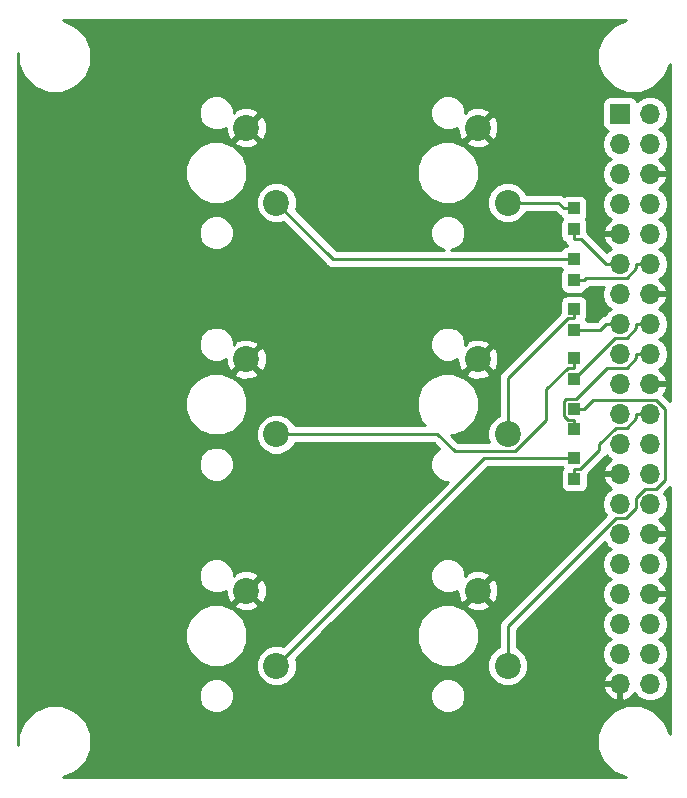
<source format=gtl>
G04 #@! TF.GenerationSoftware,KiCad,Pcbnew,5.0.0-rc1-44a33f2~62~ubuntu17.10.1*
G04 #@! TF.CreationDate,2018-05-10T22:28:45+09:00*
G04 #@! TF.ProjectId,RaspiCherryMXKeysHat,52617370694368657272794D584B6579,rev?*
G04 #@! TF.SameCoordinates,Original*
G04 #@! TF.FileFunction,Copper,L1,Top,Signal*
G04 #@! TF.FilePolarity,Positive*
%FSLAX46Y46*%
G04 Gerber Fmt 4.6, Leading zero omitted, Abs format (unit mm)*
G04 Created by KiCad (PCBNEW 5.0.0-rc1-44a33f2~62~ubuntu17.10.1) date Thu May 10 22:28:45 2018*
%MOMM*%
%LPD*%
G01*
G04 APERTURE LIST*
%ADD10R,1.700000X1.700000*%
%ADD11O,1.700000X1.700000*%
%ADD12R,1.000000X0.995000*%
%ADD13C,2.200000*%
%ADD14C,0.250000*%
%ADD15C,0.254000*%
G04 APERTURE END LIST*
D10*
X123952000Y-76200000D03*
D11*
X126492000Y-76200000D03*
X123952000Y-78740000D03*
X126492000Y-78740000D03*
X123952000Y-81280000D03*
X126492000Y-81280000D03*
X123952000Y-83820000D03*
X126492000Y-83820000D03*
X123952000Y-86360000D03*
X126492000Y-86360000D03*
X123952000Y-88900000D03*
X126492000Y-88900000D03*
X123952000Y-91440000D03*
X126492000Y-91440000D03*
X123952000Y-93980000D03*
X126492000Y-93980000D03*
X123952000Y-96520000D03*
X126492000Y-96520000D03*
X123952000Y-99060000D03*
X126492000Y-99060000D03*
X123952000Y-101600000D03*
X126492000Y-101600000D03*
X123952000Y-104140000D03*
X126492000Y-104140000D03*
X123952000Y-106680000D03*
X126492000Y-106680000D03*
X123952000Y-109220000D03*
X126492000Y-109220000D03*
X123952000Y-111760000D03*
X126492000Y-111760000D03*
X123952000Y-114300000D03*
X126492000Y-114300000D03*
X123952000Y-116840000D03*
X126492000Y-116840000D03*
X123952000Y-119380000D03*
X126492000Y-119380000D03*
X123952000Y-121920000D03*
X126492000Y-121920000D03*
X123952000Y-124460000D03*
X126492000Y-124460000D03*
D12*
X120040000Y-85977500D03*
X120040000Y-84202500D03*
X120040000Y-88496600D03*
X120040000Y-90271600D03*
X120040000Y-92686100D03*
X120040000Y-94461100D03*
X120040000Y-98626700D03*
X120040000Y-96851700D03*
X120040000Y-101145500D03*
X120040000Y-102920500D03*
X120091000Y-107110500D03*
X120091000Y-105335500D03*
D13*
X114457000Y-83714000D03*
X111917000Y-77364000D03*
X92316800Y-77364000D03*
X94856800Y-83714000D03*
X114457000Y-103314000D03*
X111917000Y-96964000D03*
X92316800Y-96964000D03*
X94856800Y-103314000D03*
X114457000Y-122914000D03*
X111917000Y-116564000D03*
X92316800Y-116564000D03*
X94856800Y-122914000D03*
D14*
X120677000Y-86800300D02*
X122776700Y-88900000D01*
X120040000Y-86800300D02*
X120677000Y-86800300D01*
X120040000Y-85977500D02*
X120040000Y-86800300D01*
X123952000Y-88900000D02*
X122776700Y-88900000D01*
X122295600Y-94461100D02*
X122776700Y-93980000D01*
X120040000Y-94461100D02*
X122295600Y-94461100D01*
X123952000Y-93980000D02*
X122776700Y-93980000D01*
X125316700Y-101967400D02*
X125316700Y-101600000D01*
X124508800Y-102775300D02*
X125316700Y-101967400D01*
X123583300Y-102775300D02*
X124508800Y-102775300D01*
X122193900Y-104164700D02*
X123583300Y-102775300D01*
X122193900Y-104699000D02*
X122193900Y-104164700D01*
X120605200Y-106287700D02*
X122193900Y-104699000D01*
X120091000Y-106287700D02*
X120605200Y-106287700D01*
X120091000Y-107110500D02*
X120091000Y-106287700D01*
X126492000Y-101600000D02*
X125316700Y-101600000D01*
X125316700Y-96887400D02*
X125316700Y-96520000D01*
X124508800Y-97695300D02*
X125316700Y-96887400D01*
X122818700Y-97695300D02*
X124508800Y-97695300D01*
X120191400Y-100322600D02*
X122818700Y-97695300D01*
X119392800Y-100322600D02*
X120191400Y-100322600D01*
X119214600Y-100500800D02*
X119392800Y-100322600D01*
X119214600Y-101786500D02*
X119214600Y-100500800D01*
X119525800Y-102097700D02*
X119214600Y-101786500D01*
X120040000Y-102097700D02*
X119525800Y-102097700D01*
X126492000Y-96520000D02*
X125316700Y-96520000D01*
X120040000Y-102920500D02*
X120040000Y-102097700D01*
X125316700Y-94347400D02*
X125316700Y-93980000D01*
X124508800Y-95155300D02*
X125316700Y-94347400D01*
X123511400Y-95155300D02*
X124508800Y-95155300D01*
X120040000Y-98626700D02*
X123511400Y-95155300D01*
X126492000Y-93980000D02*
X125316700Y-93980000D01*
X125316700Y-89267400D02*
X125316700Y-88900000D01*
X124508800Y-90075300D02*
X125316700Y-89267400D01*
X121061600Y-90075300D02*
X124508800Y-90075300D01*
X120865300Y-90271600D02*
X121061600Y-90075300D01*
X120040000Y-90271600D02*
X120865300Y-90271600D01*
X126492000Y-88900000D02*
X125316700Y-88900000D01*
X118726200Y-83714000D02*
X119214700Y-84202500D01*
X114457000Y-83714000D02*
X118726200Y-83714000D01*
X120040000Y-84202500D02*
X119214700Y-84202500D01*
X99639400Y-88496600D02*
X120040000Y-88496600D01*
X94856800Y-83714000D02*
X99639400Y-88496600D01*
X119525800Y-93508900D02*
X120040000Y-93508900D01*
X114457000Y-98577700D02*
X119525800Y-93508900D01*
X114457000Y-103314000D02*
X114457000Y-98577700D01*
X120040000Y-92686100D02*
X120040000Y-93508900D01*
X119525800Y-97674500D02*
X120040000Y-97674500D01*
X117685300Y-99515000D02*
X119525800Y-97674500D01*
X117685300Y-102124300D02*
X117685300Y-99515000D01*
X115039700Y-104769900D02*
X117685300Y-102124300D01*
X109955200Y-104769900D02*
X115039700Y-104769900D01*
X108499300Y-103314000D02*
X109955200Y-104769900D01*
X94856800Y-103314000D02*
X108499300Y-103314000D01*
X120040000Y-96851700D02*
X120040000Y-97674500D01*
X121625400Y-100385400D02*
X120865300Y-101145500D01*
X126970500Y-100385400D02*
X121625400Y-100385400D01*
X127740000Y-101154900D02*
X126970500Y-100385400D01*
X127740000Y-107174700D02*
X127740000Y-101154900D01*
X126964700Y-107950000D02*
X127740000Y-107174700D01*
X126061000Y-107950000D02*
X126964700Y-107950000D01*
X125316600Y-108694400D02*
X126061000Y-107950000D01*
X125316600Y-109556400D02*
X125316600Y-108694400D01*
X124477600Y-110395400D02*
X125316600Y-109556400D01*
X123654200Y-110395400D02*
X124477600Y-110395400D01*
X114457000Y-119592600D02*
X123654200Y-110395400D01*
X114457000Y-122914000D02*
X114457000Y-119592600D01*
X120040000Y-101145500D02*
X120865300Y-101145500D01*
X112435300Y-105335500D02*
X120091000Y-105335500D01*
X94856800Y-122914000D02*
X112435300Y-105335500D01*
D15*
G36*
X123352020Y-68721445D02*
X122486445Y-69587020D01*
X122018000Y-70717947D01*
X122018000Y-71942053D01*
X122486445Y-73072980D01*
X123352020Y-73938555D01*
X124482947Y-74407000D01*
X125707053Y-74407000D01*
X126837980Y-73938555D01*
X127703555Y-73072980D01*
X128170000Y-71946881D01*
X128170001Y-100510098D01*
X127631656Y-99971755D01*
X127763645Y-99826924D01*
X127933476Y-99416890D01*
X127812155Y-99187000D01*
X126619000Y-99187000D01*
X126619000Y-99207000D01*
X126365000Y-99207000D01*
X126365000Y-99187000D01*
X126345000Y-99187000D01*
X126345000Y-98933000D01*
X126365000Y-98933000D01*
X126365000Y-98913000D01*
X126619000Y-98913000D01*
X126619000Y-98933000D01*
X127812155Y-98933000D01*
X127933476Y-98703110D01*
X127763645Y-98293076D01*
X127373358Y-97864817D01*
X127243522Y-97803843D01*
X127562625Y-97590625D01*
X127890839Y-97099418D01*
X128006092Y-96520000D01*
X127890839Y-95940582D01*
X127562625Y-95449375D01*
X127264239Y-95250000D01*
X127562625Y-95050625D01*
X127890839Y-94559418D01*
X128006092Y-93980000D01*
X127890839Y-93400582D01*
X127562625Y-92909375D01*
X127243522Y-92696157D01*
X127373358Y-92635183D01*
X127763645Y-92206924D01*
X127933476Y-91796890D01*
X127812155Y-91567000D01*
X126619000Y-91567000D01*
X126619000Y-91587000D01*
X126365000Y-91587000D01*
X126365000Y-91567000D01*
X126345000Y-91567000D01*
X126345000Y-91313000D01*
X126365000Y-91313000D01*
X126365000Y-91293000D01*
X126619000Y-91293000D01*
X126619000Y-91313000D01*
X127812155Y-91313000D01*
X127933476Y-91083110D01*
X127763645Y-90673076D01*
X127373358Y-90244817D01*
X127243522Y-90183843D01*
X127562625Y-89970625D01*
X127890839Y-89479418D01*
X128006092Y-88900000D01*
X127890839Y-88320582D01*
X127562625Y-87829375D01*
X127264239Y-87630000D01*
X127562625Y-87430625D01*
X127890839Y-86939418D01*
X128006092Y-86360000D01*
X127890839Y-85780582D01*
X127562625Y-85289375D01*
X127264239Y-85090000D01*
X127562625Y-84890625D01*
X127890839Y-84399418D01*
X128006092Y-83820000D01*
X127890839Y-83240582D01*
X127562625Y-82749375D01*
X127243522Y-82536157D01*
X127373358Y-82475183D01*
X127763645Y-82046924D01*
X127933476Y-81636890D01*
X127812155Y-81407000D01*
X126619000Y-81407000D01*
X126619000Y-81427000D01*
X126365000Y-81427000D01*
X126365000Y-81407000D01*
X126345000Y-81407000D01*
X126345000Y-81153000D01*
X126365000Y-81153000D01*
X126365000Y-81133000D01*
X126619000Y-81133000D01*
X126619000Y-81153000D01*
X127812155Y-81153000D01*
X127933476Y-80923110D01*
X127763645Y-80513076D01*
X127373358Y-80084817D01*
X127243522Y-80023843D01*
X127562625Y-79810625D01*
X127890839Y-79319418D01*
X128006092Y-78740000D01*
X127890839Y-78160582D01*
X127562625Y-77669375D01*
X127264239Y-77470000D01*
X127562625Y-77270625D01*
X127890839Y-76779418D01*
X128006092Y-76200000D01*
X127890839Y-75620582D01*
X127562625Y-75129375D01*
X127071418Y-74801161D01*
X126638256Y-74715000D01*
X126345744Y-74715000D01*
X125912582Y-74801161D01*
X125421375Y-75129375D01*
X125409184Y-75147619D01*
X125400157Y-75102235D01*
X125259809Y-74892191D01*
X125049765Y-74751843D01*
X124802000Y-74702560D01*
X123102000Y-74702560D01*
X122854235Y-74751843D01*
X122644191Y-74892191D01*
X122503843Y-75102235D01*
X122454560Y-75350000D01*
X122454560Y-77050000D01*
X122503843Y-77297765D01*
X122644191Y-77507809D01*
X122854235Y-77648157D01*
X122899619Y-77657184D01*
X122881375Y-77669375D01*
X122553161Y-78160582D01*
X122437908Y-78740000D01*
X122553161Y-79319418D01*
X122881375Y-79810625D01*
X123179761Y-80010000D01*
X122881375Y-80209375D01*
X122553161Y-80700582D01*
X122437908Y-81280000D01*
X122553161Y-81859418D01*
X122881375Y-82350625D01*
X123179761Y-82550000D01*
X122881375Y-82749375D01*
X122553161Y-83240582D01*
X122437908Y-83820000D01*
X122553161Y-84399418D01*
X122881375Y-84890625D01*
X123200478Y-85103843D01*
X123070642Y-85164817D01*
X122680355Y-85593076D01*
X122510524Y-86003110D01*
X122631845Y-86233000D01*
X123825000Y-86233000D01*
X123825000Y-86213000D01*
X124079000Y-86213000D01*
X124079000Y-86233000D01*
X124099000Y-86233000D01*
X124099000Y-86487000D01*
X124079000Y-86487000D01*
X124079000Y-86507000D01*
X123825000Y-86507000D01*
X123825000Y-86487000D01*
X122631845Y-86487000D01*
X122510524Y-86716890D01*
X122680355Y-87126924D01*
X123070642Y-87555183D01*
X123200478Y-87616157D01*
X122881375Y-87829375D01*
X122841121Y-87889619D01*
X121267331Y-86315830D01*
X121224929Y-86252371D01*
X121187440Y-86227322D01*
X121187440Y-85480000D01*
X121138157Y-85232235D01*
X121043118Y-85090000D01*
X121138157Y-84947765D01*
X121187440Y-84700000D01*
X121187440Y-83705000D01*
X121138157Y-83457235D01*
X120997809Y-83247191D01*
X120787765Y-83106843D01*
X120540000Y-83057560D01*
X119540000Y-83057560D01*
X119292235Y-83106843D01*
X119238862Y-83142506D01*
X119022737Y-82998096D01*
X118801052Y-82954000D01*
X118801047Y-82954000D01*
X118726200Y-82939112D01*
X118651353Y-82954000D01*
X116020148Y-82954000D01*
X115927862Y-82731201D01*
X115439799Y-82243138D01*
X114802113Y-81979000D01*
X114111887Y-81979000D01*
X113474201Y-82243138D01*
X112986138Y-82731201D01*
X112722000Y-83368887D01*
X112722000Y-84059113D01*
X112986138Y-84696799D01*
X113474201Y-85184862D01*
X114111887Y-85449000D01*
X114802113Y-85449000D01*
X115439799Y-85184862D01*
X115927862Y-84696799D01*
X116020148Y-84474000D01*
X118411398Y-84474000D01*
X118624372Y-84686975D01*
X118666771Y-84750429D01*
X118730224Y-84792827D01*
X118730226Y-84792829D01*
X118853204Y-84875000D01*
X118918163Y-84918404D01*
X118936738Y-84922099D01*
X118941843Y-84947765D01*
X119036882Y-85090000D01*
X118941843Y-85232235D01*
X118892560Y-85480000D01*
X118892560Y-86475000D01*
X118941843Y-86722765D01*
X119082191Y-86932809D01*
X119292235Y-87073157D01*
X119320504Y-87078780D01*
X119324096Y-87096837D01*
X119492071Y-87348229D01*
X119507023Y-87358219D01*
X119292235Y-87400943D01*
X119082191Y-87541291D01*
X118951689Y-87736600D01*
X109678179Y-87736600D01*
X110218185Y-87512922D01*
X110635922Y-87095185D01*
X110862000Y-86549385D01*
X110862000Y-85958615D01*
X110635922Y-85412815D01*
X110218185Y-84995078D01*
X109672385Y-84769000D01*
X109081615Y-84769000D01*
X108535815Y-84995078D01*
X108118078Y-85412815D01*
X107892000Y-85958615D01*
X107892000Y-86549385D01*
X108118078Y-87095185D01*
X108535815Y-87512922D01*
X109075821Y-87736600D01*
X99954202Y-87736600D01*
X96499514Y-84281912D01*
X96591800Y-84059113D01*
X96591800Y-83368887D01*
X96327662Y-82731201D01*
X95839599Y-82243138D01*
X95201913Y-81979000D01*
X94511687Y-81979000D01*
X93874001Y-82243138D01*
X93385938Y-82731201D01*
X93121800Y-83368887D01*
X93121800Y-84059113D01*
X93385938Y-84696799D01*
X93874001Y-85184862D01*
X94511687Y-85449000D01*
X95201913Y-85449000D01*
X95424712Y-85356714D01*
X99049071Y-88981073D01*
X99091471Y-89044529D01*
X99154927Y-89086929D01*
X99342862Y-89212504D01*
X99391005Y-89222080D01*
X99564548Y-89256600D01*
X99564552Y-89256600D01*
X99639400Y-89271488D01*
X99714248Y-89256600D01*
X118951689Y-89256600D01*
X119036882Y-89384100D01*
X118941843Y-89526335D01*
X118892560Y-89774100D01*
X118892560Y-90769100D01*
X118941843Y-91016865D01*
X119082191Y-91226909D01*
X119292235Y-91367257D01*
X119540000Y-91416540D01*
X120540000Y-91416540D01*
X120787765Y-91367257D01*
X120997809Y-91226909D01*
X121138157Y-91016865D01*
X121143262Y-90991199D01*
X121161837Y-90987504D01*
X121389626Y-90835300D01*
X122570054Y-90835300D01*
X122553161Y-90860582D01*
X122437908Y-91440000D01*
X122553161Y-92019418D01*
X122881375Y-92510625D01*
X123179761Y-92710000D01*
X122881375Y-92909375D01*
X122669526Y-93226429D01*
X122480163Y-93264096D01*
X122228771Y-93432071D01*
X122186369Y-93495530D01*
X121980799Y-93701100D01*
X121128311Y-93701100D01*
X121043118Y-93573600D01*
X121138157Y-93431365D01*
X121187440Y-93183600D01*
X121187440Y-92188600D01*
X121138157Y-91940835D01*
X120997809Y-91730791D01*
X120787765Y-91590443D01*
X120540000Y-91541160D01*
X119540000Y-91541160D01*
X119292235Y-91590443D01*
X119082191Y-91730791D01*
X118941843Y-91940835D01*
X118892560Y-92188600D01*
X118892560Y-93067338D01*
X113972528Y-97987371D01*
X113909072Y-98029771D01*
X113866672Y-98093227D01*
X113866671Y-98093228D01*
X113780342Y-98222429D01*
X113741097Y-98281163D01*
X113703498Y-98470188D01*
X113682112Y-98577700D01*
X113697001Y-98652552D01*
X113697000Y-101750852D01*
X113474201Y-101843138D01*
X112986138Y-102331201D01*
X112722000Y-102968887D01*
X112722000Y-103659113D01*
X112867301Y-104009900D01*
X110270002Y-104009900D01*
X109669101Y-103409000D01*
X109901134Y-103409000D01*
X110869608Y-103007845D01*
X111610845Y-102266608D01*
X112012000Y-101298134D01*
X112012000Y-100249866D01*
X111610845Y-99281392D01*
X110869608Y-98540155D01*
X110021527Y-98188868D01*
X110871737Y-98188868D01*
X110982641Y-98466099D01*
X111628593Y-98709323D01*
X112318453Y-98686836D01*
X112851359Y-98466099D01*
X112962263Y-98188868D01*
X111917000Y-97143605D01*
X110871737Y-98188868D01*
X110021527Y-98188868D01*
X109901134Y-98139000D01*
X108852866Y-98139000D01*
X107884392Y-98540155D01*
X107143155Y-99281392D01*
X106742000Y-100249866D01*
X106742000Y-101298134D01*
X107143155Y-102266608D01*
X107430547Y-102554000D01*
X96419948Y-102554000D01*
X96327662Y-102331201D01*
X95839599Y-101843138D01*
X95201913Y-101579000D01*
X94511687Y-101579000D01*
X93874001Y-101843138D01*
X93385938Y-102331201D01*
X93121800Y-102968887D01*
X93121800Y-103659113D01*
X93385938Y-104296799D01*
X93874001Y-104784862D01*
X94511687Y-105049000D01*
X95201913Y-105049000D01*
X95839599Y-104784862D01*
X96327662Y-104296799D01*
X96419948Y-104074000D01*
X108184499Y-104074000D01*
X108655854Y-104545356D01*
X108535815Y-104595078D01*
X108118078Y-105012815D01*
X107892000Y-105558615D01*
X107892000Y-106149385D01*
X108118078Y-106695185D01*
X108535815Y-107112922D01*
X109081615Y-107339000D01*
X109356998Y-107339000D01*
X95424712Y-121271286D01*
X95201913Y-121179000D01*
X94511687Y-121179000D01*
X93874001Y-121443138D01*
X93385938Y-121931201D01*
X93121800Y-122568887D01*
X93121800Y-123259113D01*
X93385938Y-123896799D01*
X93874001Y-124384862D01*
X94511687Y-124649000D01*
X95201913Y-124649000D01*
X95839599Y-124384862D01*
X96327662Y-123896799D01*
X96591800Y-123259113D01*
X96591800Y-122568887D01*
X96499514Y-122346088D01*
X98995736Y-119849866D01*
X106742000Y-119849866D01*
X106742000Y-120898134D01*
X107143155Y-121866608D01*
X107884392Y-122607845D01*
X108852866Y-123009000D01*
X109901134Y-123009000D01*
X110869608Y-122607845D01*
X111610845Y-121866608D01*
X112012000Y-120898134D01*
X112012000Y-119849866D01*
X111610845Y-118881392D01*
X110869608Y-118140155D01*
X110021527Y-117788868D01*
X110871737Y-117788868D01*
X110982641Y-118066099D01*
X111628593Y-118309323D01*
X112318453Y-118286836D01*
X112851359Y-118066099D01*
X112962263Y-117788868D01*
X111917000Y-116743605D01*
X110871737Y-117788868D01*
X110021527Y-117788868D01*
X109901134Y-117739000D01*
X108852866Y-117739000D01*
X107884392Y-118140155D01*
X107143155Y-118881392D01*
X106742000Y-119849866D01*
X98995736Y-119849866D01*
X103846987Y-114998615D01*
X107892000Y-114998615D01*
X107892000Y-115589385D01*
X108118078Y-116135185D01*
X108535815Y-116552922D01*
X109081615Y-116779000D01*
X109672385Y-116779000D01*
X110181216Y-116568235D01*
X110194164Y-116965453D01*
X110414901Y-117498359D01*
X110692132Y-117609263D01*
X111737395Y-116564000D01*
X112096605Y-116564000D01*
X113141868Y-117609263D01*
X113419099Y-117498359D01*
X113662323Y-116852407D01*
X113639836Y-116162547D01*
X113419099Y-115629641D01*
X113141868Y-115518737D01*
X112096605Y-116564000D01*
X111737395Y-116564000D01*
X111723253Y-116549858D01*
X111902858Y-116370253D01*
X111917000Y-116384395D01*
X112962263Y-115339132D01*
X112851359Y-115061901D01*
X112205407Y-114818677D01*
X111515547Y-114841164D01*
X110982641Y-115061901D01*
X110871738Y-115339130D01*
X110862000Y-115329392D01*
X110862000Y-114998615D01*
X110635922Y-114452815D01*
X110218185Y-114035078D01*
X109672385Y-113809000D01*
X109081615Y-113809000D01*
X108535815Y-114035078D01*
X108118078Y-114452815D01*
X107892000Y-114998615D01*
X103846987Y-114998615D01*
X112750102Y-106095500D01*
X119002689Y-106095500D01*
X119087882Y-106223000D01*
X118992843Y-106365235D01*
X118943560Y-106613000D01*
X118943560Y-107608000D01*
X118992843Y-107855765D01*
X119133191Y-108065809D01*
X119343235Y-108206157D01*
X119591000Y-108255440D01*
X120591000Y-108255440D01*
X120838765Y-108206157D01*
X121048809Y-108065809D01*
X121189157Y-107855765D01*
X121238440Y-107608000D01*
X121238440Y-106729261D01*
X122678373Y-105289329D01*
X122741829Y-105246929D01*
X122823731Y-105124354D01*
X122881375Y-105210625D01*
X123200478Y-105423843D01*
X123070642Y-105484817D01*
X122680355Y-105913076D01*
X122510524Y-106323110D01*
X122631845Y-106553000D01*
X123825000Y-106553000D01*
X123825000Y-106533000D01*
X124079000Y-106533000D01*
X124079000Y-106553000D01*
X124099000Y-106553000D01*
X124099000Y-106807000D01*
X124079000Y-106807000D01*
X124079000Y-106827000D01*
X123825000Y-106827000D01*
X123825000Y-106807000D01*
X122631845Y-106807000D01*
X122510524Y-107036890D01*
X122680355Y-107446924D01*
X123070642Y-107875183D01*
X123200478Y-107936157D01*
X122881375Y-108149375D01*
X122553161Y-108640582D01*
X122437908Y-109220000D01*
X122553161Y-109799418D01*
X122802387Y-110172411D01*
X113972528Y-119002271D01*
X113909072Y-119044671D01*
X113866672Y-119108127D01*
X113866671Y-119108128D01*
X113741097Y-119296063D01*
X113682112Y-119592600D01*
X113697001Y-119667452D01*
X113697000Y-121350852D01*
X113474201Y-121443138D01*
X112986138Y-121931201D01*
X112722000Y-122568887D01*
X112722000Y-123259113D01*
X112986138Y-123896799D01*
X113474201Y-124384862D01*
X114111887Y-124649000D01*
X114802113Y-124649000D01*
X115439799Y-124384862D01*
X115927862Y-123896799D01*
X116192000Y-123259113D01*
X116192000Y-122568887D01*
X115927862Y-121931201D01*
X115439799Y-121443138D01*
X115217000Y-121350852D01*
X115217000Y-119907401D01*
X122646016Y-112478386D01*
X122881375Y-112830625D01*
X123179761Y-113030000D01*
X122881375Y-113229375D01*
X122553161Y-113720582D01*
X122437908Y-114300000D01*
X122553161Y-114879418D01*
X122881375Y-115370625D01*
X123179761Y-115570000D01*
X122881375Y-115769375D01*
X122553161Y-116260582D01*
X122437908Y-116840000D01*
X122553161Y-117419418D01*
X122881375Y-117910625D01*
X123179761Y-118110000D01*
X122881375Y-118309375D01*
X122553161Y-118800582D01*
X122437908Y-119380000D01*
X122553161Y-119959418D01*
X122881375Y-120450625D01*
X123179761Y-120650000D01*
X122881375Y-120849375D01*
X122553161Y-121340582D01*
X122437908Y-121920000D01*
X122553161Y-122499418D01*
X122881375Y-122990625D01*
X123200478Y-123203843D01*
X123070642Y-123264817D01*
X122680355Y-123693076D01*
X122510524Y-124103110D01*
X122631845Y-124333000D01*
X123825000Y-124333000D01*
X123825000Y-124313000D01*
X124079000Y-124313000D01*
X124079000Y-124333000D01*
X124099000Y-124333000D01*
X124099000Y-124587000D01*
X124079000Y-124587000D01*
X124079000Y-125780819D01*
X124308892Y-125901486D01*
X124833358Y-125655183D01*
X125220647Y-125230214D01*
X125421375Y-125530625D01*
X125912582Y-125858839D01*
X126345744Y-125945000D01*
X126638256Y-125945000D01*
X127071418Y-125858839D01*
X127562625Y-125530625D01*
X127890839Y-125039418D01*
X128006092Y-124460000D01*
X127890839Y-123880582D01*
X127562625Y-123389375D01*
X127264239Y-123190000D01*
X127562625Y-122990625D01*
X127890839Y-122499418D01*
X128006092Y-121920000D01*
X127890839Y-121340582D01*
X127562625Y-120849375D01*
X127264239Y-120650000D01*
X127562625Y-120450625D01*
X127890839Y-119959418D01*
X128006092Y-119380000D01*
X127890839Y-118800582D01*
X127562625Y-118309375D01*
X127243522Y-118096157D01*
X127373358Y-118035183D01*
X127763645Y-117606924D01*
X127933476Y-117196890D01*
X127812155Y-116967000D01*
X126619000Y-116967000D01*
X126619000Y-116987000D01*
X126365000Y-116987000D01*
X126365000Y-116967000D01*
X126345000Y-116967000D01*
X126345000Y-116713000D01*
X126365000Y-116713000D01*
X126365000Y-116693000D01*
X126619000Y-116693000D01*
X126619000Y-116713000D01*
X127812155Y-116713000D01*
X127933476Y-116483110D01*
X127763645Y-116073076D01*
X127373358Y-115644817D01*
X127243522Y-115583843D01*
X127562625Y-115370625D01*
X127890839Y-114879418D01*
X128006092Y-114300000D01*
X127890839Y-113720582D01*
X127562625Y-113229375D01*
X127243522Y-113016157D01*
X127373358Y-112955183D01*
X127763645Y-112526924D01*
X127933476Y-112116890D01*
X127812155Y-111887000D01*
X126619000Y-111887000D01*
X126619000Y-111907000D01*
X126365000Y-111907000D01*
X126365000Y-111887000D01*
X126345000Y-111887000D01*
X126345000Y-111633000D01*
X126365000Y-111633000D01*
X126365000Y-111613000D01*
X126619000Y-111613000D01*
X126619000Y-111633000D01*
X127812155Y-111633000D01*
X127933476Y-111403110D01*
X127763645Y-110993076D01*
X127373358Y-110564817D01*
X127243522Y-110503843D01*
X127562625Y-110290625D01*
X127890839Y-109799418D01*
X128006092Y-109220000D01*
X127890839Y-108640582D01*
X127673776Y-108315725D01*
X128170001Y-107819501D01*
X128170001Y-128713121D01*
X127703555Y-127587020D01*
X126837980Y-126721445D01*
X125707053Y-126253000D01*
X124482947Y-126253000D01*
X123352020Y-126721445D01*
X122486445Y-127587020D01*
X122018000Y-128717947D01*
X122018000Y-129942053D01*
X122486445Y-131072980D01*
X123352020Y-131938555D01*
X124432248Y-132386000D01*
X76757752Y-132386000D01*
X77837980Y-131938555D01*
X78703555Y-131072980D01*
X79172000Y-129942053D01*
X79172000Y-128717947D01*
X78703555Y-127587020D01*
X77837980Y-126721445D01*
X76707053Y-126253000D01*
X75482947Y-126253000D01*
X74352020Y-126721445D01*
X73486445Y-127587020D01*
X73018000Y-128717947D01*
X73018000Y-129620902D01*
X73015849Y-129607322D01*
X72996993Y-129247532D01*
X72988951Y-129171020D01*
X72973000Y-129095979D01*
X72973000Y-125158615D01*
X88291800Y-125158615D01*
X88291800Y-125749385D01*
X88517878Y-126295185D01*
X88935615Y-126712922D01*
X89481415Y-126939000D01*
X90072185Y-126939000D01*
X90617985Y-126712922D01*
X91035722Y-126295185D01*
X91261800Y-125749385D01*
X91261800Y-125158615D01*
X107892000Y-125158615D01*
X107892000Y-125749385D01*
X108118078Y-126295185D01*
X108535815Y-126712922D01*
X109081615Y-126939000D01*
X109672385Y-126939000D01*
X110218185Y-126712922D01*
X110635922Y-126295185D01*
X110862000Y-125749385D01*
X110862000Y-125158615D01*
X110720453Y-124816890D01*
X122510524Y-124816890D01*
X122680355Y-125226924D01*
X123070642Y-125655183D01*
X123595108Y-125901486D01*
X123825000Y-125780819D01*
X123825000Y-124587000D01*
X122631845Y-124587000D01*
X122510524Y-124816890D01*
X110720453Y-124816890D01*
X110635922Y-124612815D01*
X110218185Y-124195078D01*
X109672385Y-123969000D01*
X109081615Y-123969000D01*
X108535815Y-124195078D01*
X108118078Y-124612815D01*
X107892000Y-125158615D01*
X91261800Y-125158615D01*
X91035722Y-124612815D01*
X90617985Y-124195078D01*
X90072185Y-123969000D01*
X89481415Y-123969000D01*
X88935615Y-124195078D01*
X88517878Y-124612815D01*
X88291800Y-125158615D01*
X72973000Y-125158615D01*
X72973000Y-119849866D01*
X87141800Y-119849866D01*
X87141800Y-120898134D01*
X87542955Y-121866608D01*
X88284192Y-122607845D01*
X89252666Y-123009000D01*
X90300934Y-123009000D01*
X91269408Y-122607845D01*
X92010645Y-121866608D01*
X92411800Y-120898134D01*
X92411800Y-119849866D01*
X92010645Y-118881392D01*
X91269408Y-118140155D01*
X90421327Y-117788868D01*
X91271537Y-117788868D01*
X91382441Y-118066099D01*
X92028393Y-118309323D01*
X92718253Y-118286836D01*
X93251159Y-118066099D01*
X93362063Y-117788868D01*
X92316800Y-116743605D01*
X91271537Y-117788868D01*
X90421327Y-117788868D01*
X90300934Y-117739000D01*
X89252666Y-117739000D01*
X88284192Y-118140155D01*
X87542955Y-118881392D01*
X87141800Y-119849866D01*
X72973000Y-119849866D01*
X72973000Y-114998615D01*
X88291800Y-114998615D01*
X88291800Y-115589385D01*
X88517878Y-116135185D01*
X88935615Y-116552922D01*
X89481415Y-116779000D01*
X90072185Y-116779000D01*
X90581016Y-116568235D01*
X90593964Y-116965453D01*
X90814701Y-117498359D01*
X91091932Y-117609263D01*
X92137195Y-116564000D01*
X92496405Y-116564000D01*
X93541668Y-117609263D01*
X93818899Y-117498359D01*
X94062123Y-116852407D01*
X94039636Y-116162547D01*
X93818899Y-115629641D01*
X93541668Y-115518737D01*
X92496405Y-116564000D01*
X92137195Y-116564000D01*
X92123053Y-116549858D01*
X92302658Y-116370253D01*
X92316800Y-116384395D01*
X93362063Y-115339132D01*
X93251159Y-115061901D01*
X92605207Y-114818677D01*
X91915347Y-114841164D01*
X91382441Y-115061901D01*
X91271538Y-115339130D01*
X91261800Y-115329392D01*
X91261800Y-114998615D01*
X91035722Y-114452815D01*
X90617985Y-114035078D01*
X90072185Y-113809000D01*
X89481415Y-113809000D01*
X88935615Y-114035078D01*
X88517878Y-114452815D01*
X88291800Y-114998615D01*
X72973000Y-114998615D01*
X72973000Y-105558615D01*
X88291800Y-105558615D01*
X88291800Y-106149385D01*
X88517878Y-106695185D01*
X88935615Y-107112922D01*
X89481415Y-107339000D01*
X90072185Y-107339000D01*
X90617985Y-107112922D01*
X91035722Y-106695185D01*
X91261800Y-106149385D01*
X91261800Y-105558615D01*
X91035722Y-105012815D01*
X90617985Y-104595078D01*
X90072185Y-104369000D01*
X89481415Y-104369000D01*
X88935615Y-104595078D01*
X88517878Y-105012815D01*
X88291800Y-105558615D01*
X72973000Y-105558615D01*
X72973000Y-100249866D01*
X87141800Y-100249866D01*
X87141800Y-101298134D01*
X87542955Y-102266608D01*
X88284192Y-103007845D01*
X89252666Y-103409000D01*
X90300934Y-103409000D01*
X91269408Y-103007845D01*
X92010645Y-102266608D01*
X92411800Y-101298134D01*
X92411800Y-100249866D01*
X92010645Y-99281392D01*
X91269408Y-98540155D01*
X90421327Y-98188868D01*
X91271537Y-98188868D01*
X91382441Y-98466099D01*
X92028393Y-98709323D01*
X92718253Y-98686836D01*
X93251159Y-98466099D01*
X93362063Y-98188868D01*
X92316800Y-97143605D01*
X91271537Y-98188868D01*
X90421327Y-98188868D01*
X90300934Y-98139000D01*
X89252666Y-98139000D01*
X88284192Y-98540155D01*
X87542955Y-99281392D01*
X87141800Y-100249866D01*
X72973000Y-100249866D01*
X72973000Y-95398615D01*
X88291800Y-95398615D01*
X88291800Y-95989385D01*
X88517878Y-96535185D01*
X88935615Y-96952922D01*
X89481415Y-97179000D01*
X90072185Y-97179000D01*
X90581016Y-96968235D01*
X90593964Y-97365453D01*
X90814701Y-97898359D01*
X91091932Y-98009263D01*
X92137195Y-96964000D01*
X92496405Y-96964000D01*
X93541668Y-98009263D01*
X93818899Y-97898359D01*
X94062123Y-97252407D01*
X94039636Y-96562547D01*
X93818899Y-96029641D01*
X93541668Y-95918737D01*
X92496405Y-96964000D01*
X92137195Y-96964000D01*
X92123053Y-96949858D01*
X92302658Y-96770253D01*
X92316800Y-96784395D01*
X93362063Y-95739132D01*
X93251159Y-95461901D01*
X93083085Y-95398615D01*
X107892000Y-95398615D01*
X107892000Y-95989385D01*
X108118078Y-96535185D01*
X108535815Y-96952922D01*
X109081615Y-97179000D01*
X109672385Y-97179000D01*
X110181216Y-96968235D01*
X110194164Y-97365453D01*
X110414901Y-97898359D01*
X110692132Y-98009263D01*
X111737395Y-96964000D01*
X112096605Y-96964000D01*
X113141868Y-98009263D01*
X113419099Y-97898359D01*
X113662323Y-97252407D01*
X113639836Y-96562547D01*
X113419099Y-96029641D01*
X113141868Y-95918737D01*
X112096605Y-96964000D01*
X111737395Y-96964000D01*
X111723253Y-96949858D01*
X111902858Y-96770253D01*
X111917000Y-96784395D01*
X112962263Y-95739132D01*
X112851359Y-95461901D01*
X112205407Y-95218677D01*
X111515547Y-95241164D01*
X110982641Y-95461901D01*
X110871738Y-95739130D01*
X110862000Y-95729392D01*
X110862000Y-95398615D01*
X110635922Y-94852815D01*
X110218185Y-94435078D01*
X109672385Y-94209000D01*
X109081615Y-94209000D01*
X108535815Y-94435078D01*
X108118078Y-94852815D01*
X107892000Y-95398615D01*
X93083085Y-95398615D01*
X92605207Y-95218677D01*
X91915347Y-95241164D01*
X91382441Y-95461901D01*
X91271538Y-95739130D01*
X91261800Y-95729392D01*
X91261800Y-95398615D01*
X91035722Y-94852815D01*
X90617985Y-94435078D01*
X90072185Y-94209000D01*
X89481415Y-94209000D01*
X88935615Y-94435078D01*
X88517878Y-94852815D01*
X88291800Y-95398615D01*
X72973000Y-95398615D01*
X72973000Y-85958615D01*
X88291800Y-85958615D01*
X88291800Y-86549385D01*
X88517878Y-87095185D01*
X88935615Y-87512922D01*
X89481415Y-87739000D01*
X90072185Y-87739000D01*
X90617985Y-87512922D01*
X91035722Y-87095185D01*
X91261800Y-86549385D01*
X91261800Y-85958615D01*
X91035722Y-85412815D01*
X90617985Y-84995078D01*
X90072185Y-84769000D01*
X89481415Y-84769000D01*
X88935615Y-84995078D01*
X88517878Y-85412815D01*
X88291800Y-85958615D01*
X72973000Y-85958615D01*
X72973000Y-80649866D01*
X87141800Y-80649866D01*
X87141800Y-81698134D01*
X87542955Y-82666608D01*
X88284192Y-83407845D01*
X89252666Y-83809000D01*
X90300934Y-83809000D01*
X91269408Y-83407845D01*
X92010645Y-82666608D01*
X92411800Y-81698134D01*
X92411800Y-80649866D01*
X106742000Y-80649866D01*
X106742000Y-81698134D01*
X107143155Y-82666608D01*
X107884392Y-83407845D01*
X108852866Y-83809000D01*
X109901134Y-83809000D01*
X110869608Y-83407845D01*
X111610845Y-82666608D01*
X112012000Y-81698134D01*
X112012000Y-80649866D01*
X111610845Y-79681392D01*
X110869608Y-78940155D01*
X110021527Y-78588868D01*
X110871737Y-78588868D01*
X110982641Y-78866099D01*
X111628593Y-79109323D01*
X112318453Y-79086836D01*
X112851359Y-78866099D01*
X112962263Y-78588868D01*
X111917000Y-77543605D01*
X110871737Y-78588868D01*
X110021527Y-78588868D01*
X109901134Y-78539000D01*
X108852866Y-78539000D01*
X107884392Y-78940155D01*
X107143155Y-79681392D01*
X106742000Y-80649866D01*
X92411800Y-80649866D01*
X92010645Y-79681392D01*
X91269408Y-78940155D01*
X90421327Y-78588868D01*
X91271537Y-78588868D01*
X91382441Y-78866099D01*
X92028393Y-79109323D01*
X92718253Y-79086836D01*
X93251159Y-78866099D01*
X93362063Y-78588868D01*
X92316800Y-77543605D01*
X91271537Y-78588868D01*
X90421327Y-78588868D01*
X90300934Y-78539000D01*
X89252666Y-78539000D01*
X88284192Y-78940155D01*
X87542955Y-79681392D01*
X87141800Y-80649866D01*
X72973000Y-80649866D01*
X72973000Y-75798615D01*
X88291800Y-75798615D01*
X88291800Y-76389385D01*
X88517878Y-76935185D01*
X88935615Y-77352922D01*
X89481415Y-77579000D01*
X90072185Y-77579000D01*
X90581016Y-77368235D01*
X90593964Y-77765453D01*
X90814701Y-78298359D01*
X91091932Y-78409263D01*
X92137195Y-77364000D01*
X92496405Y-77364000D01*
X93541668Y-78409263D01*
X93818899Y-78298359D01*
X94062123Y-77652407D01*
X94039636Y-76962547D01*
X93818899Y-76429641D01*
X93541668Y-76318737D01*
X92496405Y-77364000D01*
X92137195Y-77364000D01*
X92123053Y-77349858D01*
X92302658Y-77170253D01*
X92316800Y-77184395D01*
X93362063Y-76139132D01*
X93251159Y-75861901D01*
X93083085Y-75798615D01*
X107892000Y-75798615D01*
X107892000Y-76389385D01*
X108118078Y-76935185D01*
X108535815Y-77352922D01*
X109081615Y-77579000D01*
X109672385Y-77579000D01*
X110181216Y-77368235D01*
X110194164Y-77765453D01*
X110414901Y-78298359D01*
X110692132Y-78409263D01*
X111737395Y-77364000D01*
X112096605Y-77364000D01*
X113141868Y-78409263D01*
X113419099Y-78298359D01*
X113662323Y-77652407D01*
X113639836Y-76962547D01*
X113419099Y-76429641D01*
X113141868Y-76318737D01*
X112096605Y-77364000D01*
X111737395Y-77364000D01*
X111723253Y-77349858D01*
X111902858Y-77170253D01*
X111917000Y-77184395D01*
X112962263Y-76139132D01*
X112851359Y-75861901D01*
X112205407Y-75618677D01*
X111515547Y-75641164D01*
X110982641Y-75861901D01*
X110871738Y-76139130D01*
X110862000Y-76129392D01*
X110862000Y-75798615D01*
X110635922Y-75252815D01*
X110218185Y-74835078D01*
X109672385Y-74609000D01*
X109081615Y-74609000D01*
X108535815Y-74835078D01*
X108118078Y-75252815D01*
X107892000Y-75798615D01*
X93083085Y-75798615D01*
X92605207Y-75618677D01*
X91915347Y-75641164D01*
X91382441Y-75861901D01*
X91271538Y-76139130D01*
X91261800Y-76129392D01*
X91261800Y-75798615D01*
X91035722Y-75252815D01*
X90617985Y-74835078D01*
X90072185Y-74609000D01*
X89481415Y-74609000D01*
X88935615Y-74835078D01*
X88517878Y-75252815D01*
X88291800Y-75798615D01*
X72973000Y-75798615D01*
X72973000Y-71564021D01*
X72988951Y-71488980D01*
X72996993Y-71412468D01*
X73015849Y-71052678D01*
X73018000Y-71039098D01*
X73018000Y-71942053D01*
X73486445Y-73072980D01*
X74352020Y-73938555D01*
X75482947Y-74407000D01*
X76707053Y-74407000D01*
X77837980Y-73938555D01*
X78703555Y-73072980D01*
X79172000Y-71942053D01*
X79172000Y-70717947D01*
X78703555Y-69587020D01*
X77837980Y-68721445D01*
X76757752Y-68274000D01*
X124432248Y-68274000D01*
X123352020Y-68721445D01*
X123352020Y-68721445D01*
G37*
X123352020Y-68721445D02*
X122486445Y-69587020D01*
X122018000Y-70717947D01*
X122018000Y-71942053D01*
X122486445Y-73072980D01*
X123352020Y-73938555D01*
X124482947Y-74407000D01*
X125707053Y-74407000D01*
X126837980Y-73938555D01*
X127703555Y-73072980D01*
X128170000Y-71946881D01*
X128170001Y-100510098D01*
X127631656Y-99971755D01*
X127763645Y-99826924D01*
X127933476Y-99416890D01*
X127812155Y-99187000D01*
X126619000Y-99187000D01*
X126619000Y-99207000D01*
X126365000Y-99207000D01*
X126365000Y-99187000D01*
X126345000Y-99187000D01*
X126345000Y-98933000D01*
X126365000Y-98933000D01*
X126365000Y-98913000D01*
X126619000Y-98913000D01*
X126619000Y-98933000D01*
X127812155Y-98933000D01*
X127933476Y-98703110D01*
X127763645Y-98293076D01*
X127373358Y-97864817D01*
X127243522Y-97803843D01*
X127562625Y-97590625D01*
X127890839Y-97099418D01*
X128006092Y-96520000D01*
X127890839Y-95940582D01*
X127562625Y-95449375D01*
X127264239Y-95250000D01*
X127562625Y-95050625D01*
X127890839Y-94559418D01*
X128006092Y-93980000D01*
X127890839Y-93400582D01*
X127562625Y-92909375D01*
X127243522Y-92696157D01*
X127373358Y-92635183D01*
X127763645Y-92206924D01*
X127933476Y-91796890D01*
X127812155Y-91567000D01*
X126619000Y-91567000D01*
X126619000Y-91587000D01*
X126365000Y-91587000D01*
X126365000Y-91567000D01*
X126345000Y-91567000D01*
X126345000Y-91313000D01*
X126365000Y-91313000D01*
X126365000Y-91293000D01*
X126619000Y-91293000D01*
X126619000Y-91313000D01*
X127812155Y-91313000D01*
X127933476Y-91083110D01*
X127763645Y-90673076D01*
X127373358Y-90244817D01*
X127243522Y-90183843D01*
X127562625Y-89970625D01*
X127890839Y-89479418D01*
X128006092Y-88900000D01*
X127890839Y-88320582D01*
X127562625Y-87829375D01*
X127264239Y-87630000D01*
X127562625Y-87430625D01*
X127890839Y-86939418D01*
X128006092Y-86360000D01*
X127890839Y-85780582D01*
X127562625Y-85289375D01*
X127264239Y-85090000D01*
X127562625Y-84890625D01*
X127890839Y-84399418D01*
X128006092Y-83820000D01*
X127890839Y-83240582D01*
X127562625Y-82749375D01*
X127243522Y-82536157D01*
X127373358Y-82475183D01*
X127763645Y-82046924D01*
X127933476Y-81636890D01*
X127812155Y-81407000D01*
X126619000Y-81407000D01*
X126619000Y-81427000D01*
X126365000Y-81427000D01*
X126365000Y-81407000D01*
X126345000Y-81407000D01*
X126345000Y-81153000D01*
X126365000Y-81153000D01*
X126365000Y-81133000D01*
X126619000Y-81133000D01*
X126619000Y-81153000D01*
X127812155Y-81153000D01*
X127933476Y-80923110D01*
X127763645Y-80513076D01*
X127373358Y-80084817D01*
X127243522Y-80023843D01*
X127562625Y-79810625D01*
X127890839Y-79319418D01*
X128006092Y-78740000D01*
X127890839Y-78160582D01*
X127562625Y-77669375D01*
X127264239Y-77470000D01*
X127562625Y-77270625D01*
X127890839Y-76779418D01*
X128006092Y-76200000D01*
X127890839Y-75620582D01*
X127562625Y-75129375D01*
X127071418Y-74801161D01*
X126638256Y-74715000D01*
X126345744Y-74715000D01*
X125912582Y-74801161D01*
X125421375Y-75129375D01*
X125409184Y-75147619D01*
X125400157Y-75102235D01*
X125259809Y-74892191D01*
X125049765Y-74751843D01*
X124802000Y-74702560D01*
X123102000Y-74702560D01*
X122854235Y-74751843D01*
X122644191Y-74892191D01*
X122503843Y-75102235D01*
X122454560Y-75350000D01*
X122454560Y-77050000D01*
X122503843Y-77297765D01*
X122644191Y-77507809D01*
X122854235Y-77648157D01*
X122899619Y-77657184D01*
X122881375Y-77669375D01*
X122553161Y-78160582D01*
X122437908Y-78740000D01*
X122553161Y-79319418D01*
X122881375Y-79810625D01*
X123179761Y-80010000D01*
X122881375Y-80209375D01*
X122553161Y-80700582D01*
X122437908Y-81280000D01*
X122553161Y-81859418D01*
X122881375Y-82350625D01*
X123179761Y-82550000D01*
X122881375Y-82749375D01*
X122553161Y-83240582D01*
X122437908Y-83820000D01*
X122553161Y-84399418D01*
X122881375Y-84890625D01*
X123200478Y-85103843D01*
X123070642Y-85164817D01*
X122680355Y-85593076D01*
X122510524Y-86003110D01*
X122631845Y-86233000D01*
X123825000Y-86233000D01*
X123825000Y-86213000D01*
X124079000Y-86213000D01*
X124079000Y-86233000D01*
X124099000Y-86233000D01*
X124099000Y-86487000D01*
X124079000Y-86487000D01*
X124079000Y-86507000D01*
X123825000Y-86507000D01*
X123825000Y-86487000D01*
X122631845Y-86487000D01*
X122510524Y-86716890D01*
X122680355Y-87126924D01*
X123070642Y-87555183D01*
X123200478Y-87616157D01*
X122881375Y-87829375D01*
X122841121Y-87889619D01*
X121267331Y-86315830D01*
X121224929Y-86252371D01*
X121187440Y-86227322D01*
X121187440Y-85480000D01*
X121138157Y-85232235D01*
X121043118Y-85090000D01*
X121138157Y-84947765D01*
X121187440Y-84700000D01*
X121187440Y-83705000D01*
X121138157Y-83457235D01*
X120997809Y-83247191D01*
X120787765Y-83106843D01*
X120540000Y-83057560D01*
X119540000Y-83057560D01*
X119292235Y-83106843D01*
X119238862Y-83142506D01*
X119022737Y-82998096D01*
X118801052Y-82954000D01*
X118801047Y-82954000D01*
X118726200Y-82939112D01*
X118651353Y-82954000D01*
X116020148Y-82954000D01*
X115927862Y-82731201D01*
X115439799Y-82243138D01*
X114802113Y-81979000D01*
X114111887Y-81979000D01*
X113474201Y-82243138D01*
X112986138Y-82731201D01*
X112722000Y-83368887D01*
X112722000Y-84059113D01*
X112986138Y-84696799D01*
X113474201Y-85184862D01*
X114111887Y-85449000D01*
X114802113Y-85449000D01*
X115439799Y-85184862D01*
X115927862Y-84696799D01*
X116020148Y-84474000D01*
X118411398Y-84474000D01*
X118624372Y-84686975D01*
X118666771Y-84750429D01*
X118730224Y-84792827D01*
X118730226Y-84792829D01*
X118853204Y-84875000D01*
X118918163Y-84918404D01*
X118936738Y-84922099D01*
X118941843Y-84947765D01*
X119036882Y-85090000D01*
X118941843Y-85232235D01*
X118892560Y-85480000D01*
X118892560Y-86475000D01*
X118941843Y-86722765D01*
X119082191Y-86932809D01*
X119292235Y-87073157D01*
X119320504Y-87078780D01*
X119324096Y-87096837D01*
X119492071Y-87348229D01*
X119507023Y-87358219D01*
X119292235Y-87400943D01*
X119082191Y-87541291D01*
X118951689Y-87736600D01*
X109678179Y-87736600D01*
X110218185Y-87512922D01*
X110635922Y-87095185D01*
X110862000Y-86549385D01*
X110862000Y-85958615D01*
X110635922Y-85412815D01*
X110218185Y-84995078D01*
X109672385Y-84769000D01*
X109081615Y-84769000D01*
X108535815Y-84995078D01*
X108118078Y-85412815D01*
X107892000Y-85958615D01*
X107892000Y-86549385D01*
X108118078Y-87095185D01*
X108535815Y-87512922D01*
X109075821Y-87736600D01*
X99954202Y-87736600D01*
X96499514Y-84281912D01*
X96591800Y-84059113D01*
X96591800Y-83368887D01*
X96327662Y-82731201D01*
X95839599Y-82243138D01*
X95201913Y-81979000D01*
X94511687Y-81979000D01*
X93874001Y-82243138D01*
X93385938Y-82731201D01*
X93121800Y-83368887D01*
X93121800Y-84059113D01*
X93385938Y-84696799D01*
X93874001Y-85184862D01*
X94511687Y-85449000D01*
X95201913Y-85449000D01*
X95424712Y-85356714D01*
X99049071Y-88981073D01*
X99091471Y-89044529D01*
X99154927Y-89086929D01*
X99342862Y-89212504D01*
X99391005Y-89222080D01*
X99564548Y-89256600D01*
X99564552Y-89256600D01*
X99639400Y-89271488D01*
X99714248Y-89256600D01*
X118951689Y-89256600D01*
X119036882Y-89384100D01*
X118941843Y-89526335D01*
X118892560Y-89774100D01*
X118892560Y-90769100D01*
X118941843Y-91016865D01*
X119082191Y-91226909D01*
X119292235Y-91367257D01*
X119540000Y-91416540D01*
X120540000Y-91416540D01*
X120787765Y-91367257D01*
X120997809Y-91226909D01*
X121138157Y-91016865D01*
X121143262Y-90991199D01*
X121161837Y-90987504D01*
X121389626Y-90835300D01*
X122570054Y-90835300D01*
X122553161Y-90860582D01*
X122437908Y-91440000D01*
X122553161Y-92019418D01*
X122881375Y-92510625D01*
X123179761Y-92710000D01*
X122881375Y-92909375D01*
X122669526Y-93226429D01*
X122480163Y-93264096D01*
X122228771Y-93432071D01*
X122186369Y-93495530D01*
X121980799Y-93701100D01*
X121128311Y-93701100D01*
X121043118Y-93573600D01*
X121138157Y-93431365D01*
X121187440Y-93183600D01*
X121187440Y-92188600D01*
X121138157Y-91940835D01*
X120997809Y-91730791D01*
X120787765Y-91590443D01*
X120540000Y-91541160D01*
X119540000Y-91541160D01*
X119292235Y-91590443D01*
X119082191Y-91730791D01*
X118941843Y-91940835D01*
X118892560Y-92188600D01*
X118892560Y-93067338D01*
X113972528Y-97987371D01*
X113909072Y-98029771D01*
X113866672Y-98093227D01*
X113866671Y-98093228D01*
X113780342Y-98222429D01*
X113741097Y-98281163D01*
X113703498Y-98470188D01*
X113682112Y-98577700D01*
X113697001Y-98652552D01*
X113697000Y-101750852D01*
X113474201Y-101843138D01*
X112986138Y-102331201D01*
X112722000Y-102968887D01*
X112722000Y-103659113D01*
X112867301Y-104009900D01*
X110270002Y-104009900D01*
X109669101Y-103409000D01*
X109901134Y-103409000D01*
X110869608Y-103007845D01*
X111610845Y-102266608D01*
X112012000Y-101298134D01*
X112012000Y-100249866D01*
X111610845Y-99281392D01*
X110869608Y-98540155D01*
X110021527Y-98188868D01*
X110871737Y-98188868D01*
X110982641Y-98466099D01*
X111628593Y-98709323D01*
X112318453Y-98686836D01*
X112851359Y-98466099D01*
X112962263Y-98188868D01*
X111917000Y-97143605D01*
X110871737Y-98188868D01*
X110021527Y-98188868D01*
X109901134Y-98139000D01*
X108852866Y-98139000D01*
X107884392Y-98540155D01*
X107143155Y-99281392D01*
X106742000Y-100249866D01*
X106742000Y-101298134D01*
X107143155Y-102266608D01*
X107430547Y-102554000D01*
X96419948Y-102554000D01*
X96327662Y-102331201D01*
X95839599Y-101843138D01*
X95201913Y-101579000D01*
X94511687Y-101579000D01*
X93874001Y-101843138D01*
X93385938Y-102331201D01*
X93121800Y-102968887D01*
X93121800Y-103659113D01*
X93385938Y-104296799D01*
X93874001Y-104784862D01*
X94511687Y-105049000D01*
X95201913Y-105049000D01*
X95839599Y-104784862D01*
X96327662Y-104296799D01*
X96419948Y-104074000D01*
X108184499Y-104074000D01*
X108655854Y-104545356D01*
X108535815Y-104595078D01*
X108118078Y-105012815D01*
X107892000Y-105558615D01*
X107892000Y-106149385D01*
X108118078Y-106695185D01*
X108535815Y-107112922D01*
X109081615Y-107339000D01*
X109356998Y-107339000D01*
X95424712Y-121271286D01*
X95201913Y-121179000D01*
X94511687Y-121179000D01*
X93874001Y-121443138D01*
X93385938Y-121931201D01*
X93121800Y-122568887D01*
X93121800Y-123259113D01*
X93385938Y-123896799D01*
X93874001Y-124384862D01*
X94511687Y-124649000D01*
X95201913Y-124649000D01*
X95839599Y-124384862D01*
X96327662Y-123896799D01*
X96591800Y-123259113D01*
X96591800Y-122568887D01*
X96499514Y-122346088D01*
X98995736Y-119849866D01*
X106742000Y-119849866D01*
X106742000Y-120898134D01*
X107143155Y-121866608D01*
X107884392Y-122607845D01*
X108852866Y-123009000D01*
X109901134Y-123009000D01*
X110869608Y-122607845D01*
X111610845Y-121866608D01*
X112012000Y-120898134D01*
X112012000Y-119849866D01*
X111610845Y-118881392D01*
X110869608Y-118140155D01*
X110021527Y-117788868D01*
X110871737Y-117788868D01*
X110982641Y-118066099D01*
X111628593Y-118309323D01*
X112318453Y-118286836D01*
X112851359Y-118066099D01*
X112962263Y-117788868D01*
X111917000Y-116743605D01*
X110871737Y-117788868D01*
X110021527Y-117788868D01*
X109901134Y-117739000D01*
X108852866Y-117739000D01*
X107884392Y-118140155D01*
X107143155Y-118881392D01*
X106742000Y-119849866D01*
X98995736Y-119849866D01*
X103846987Y-114998615D01*
X107892000Y-114998615D01*
X107892000Y-115589385D01*
X108118078Y-116135185D01*
X108535815Y-116552922D01*
X109081615Y-116779000D01*
X109672385Y-116779000D01*
X110181216Y-116568235D01*
X110194164Y-116965453D01*
X110414901Y-117498359D01*
X110692132Y-117609263D01*
X111737395Y-116564000D01*
X112096605Y-116564000D01*
X113141868Y-117609263D01*
X113419099Y-117498359D01*
X113662323Y-116852407D01*
X113639836Y-116162547D01*
X113419099Y-115629641D01*
X113141868Y-115518737D01*
X112096605Y-116564000D01*
X111737395Y-116564000D01*
X111723253Y-116549858D01*
X111902858Y-116370253D01*
X111917000Y-116384395D01*
X112962263Y-115339132D01*
X112851359Y-115061901D01*
X112205407Y-114818677D01*
X111515547Y-114841164D01*
X110982641Y-115061901D01*
X110871738Y-115339130D01*
X110862000Y-115329392D01*
X110862000Y-114998615D01*
X110635922Y-114452815D01*
X110218185Y-114035078D01*
X109672385Y-113809000D01*
X109081615Y-113809000D01*
X108535815Y-114035078D01*
X108118078Y-114452815D01*
X107892000Y-114998615D01*
X103846987Y-114998615D01*
X112750102Y-106095500D01*
X119002689Y-106095500D01*
X119087882Y-106223000D01*
X118992843Y-106365235D01*
X118943560Y-106613000D01*
X118943560Y-107608000D01*
X118992843Y-107855765D01*
X119133191Y-108065809D01*
X119343235Y-108206157D01*
X119591000Y-108255440D01*
X120591000Y-108255440D01*
X120838765Y-108206157D01*
X121048809Y-108065809D01*
X121189157Y-107855765D01*
X121238440Y-107608000D01*
X121238440Y-106729261D01*
X122678373Y-105289329D01*
X122741829Y-105246929D01*
X122823731Y-105124354D01*
X122881375Y-105210625D01*
X123200478Y-105423843D01*
X123070642Y-105484817D01*
X122680355Y-105913076D01*
X122510524Y-106323110D01*
X122631845Y-106553000D01*
X123825000Y-106553000D01*
X123825000Y-106533000D01*
X124079000Y-106533000D01*
X124079000Y-106553000D01*
X124099000Y-106553000D01*
X124099000Y-106807000D01*
X124079000Y-106807000D01*
X124079000Y-106827000D01*
X123825000Y-106827000D01*
X123825000Y-106807000D01*
X122631845Y-106807000D01*
X122510524Y-107036890D01*
X122680355Y-107446924D01*
X123070642Y-107875183D01*
X123200478Y-107936157D01*
X122881375Y-108149375D01*
X122553161Y-108640582D01*
X122437908Y-109220000D01*
X122553161Y-109799418D01*
X122802387Y-110172411D01*
X113972528Y-119002271D01*
X113909072Y-119044671D01*
X113866672Y-119108127D01*
X113866671Y-119108128D01*
X113741097Y-119296063D01*
X113682112Y-119592600D01*
X113697001Y-119667452D01*
X113697000Y-121350852D01*
X113474201Y-121443138D01*
X112986138Y-121931201D01*
X112722000Y-122568887D01*
X112722000Y-123259113D01*
X112986138Y-123896799D01*
X113474201Y-124384862D01*
X114111887Y-124649000D01*
X114802113Y-124649000D01*
X115439799Y-124384862D01*
X115927862Y-123896799D01*
X116192000Y-123259113D01*
X116192000Y-122568887D01*
X115927862Y-121931201D01*
X115439799Y-121443138D01*
X115217000Y-121350852D01*
X115217000Y-119907401D01*
X122646016Y-112478386D01*
X122881375Y-112830625D01*
X123179761Y-113030000D01*
X122881375Y-113229375D01*
X122553161Y-113720582D01*
X122437908Y-114300000D01*
X122553161Y-114879418D01*
X122881375Y-115370625D01*
X123179761Y-115570000D01*
X122881375Y-115769375D01*
X122553161Y-116260582D01*
X122437908Y-116840000D01*
X122553161Y-117419418D01*
X122881375Y-117910625D01*
X123179761Y-118110000D01*
X122881375Y-118309375D01*
X122553161Y-118800582D01*
X122437908Y-119380000D01*
X122553161Y-119959418D01*
X122881375Y-120450625D01*
X123179761Y-120650000D01*
X122881375Y-120849375D01*
X122553161Y-121340582D01*
X122437908Y-121920000D01*
X122553161Y-122499418D01*
X122881375Y-122990625D01*
X123200478Y-123203843D01*
X123070642Y-123264817D01*
X122680355Y-123693076D01*
X122510524Y-124103110D01*
X122631845Y-124333000D01*
X123825000Y-124333000D01*
X123825000Y-124313000D01*
X124079000Y-124313000D01*
X124079000Y-124333000D01*
X124099000Y-124333000D01*
X124099000Y-124587000D01*
X124079000Y-124587000D01*
X124079000Y-125780819D01*
X124308892Y-125901486D01*
X124833358Y-125655183D01*
X125220647Y-125230214D01*
X125421375Y-125530625D01*
X125912582Y-125858839D01*
X126345744Y-125945000D01*
X126638256Y-125945000D01*
X127071418Y-125858839D01*
X127562625Y-125530625D01*
X127890839Y-125039418D01*
X128006092Y-124460000D01*
X127890839Y-123880582D01*
X127562625Y-123389375D01*
X127264239Y-123190000D01*
X127562625Y-122990625D01*
X127890839Y-122499418D01*
X128006092Y-121920000D01*
X127890839Y-121340582D01*
X127562625Y-120849375D01*
X127264239Y-120650000D01*
X127562625Y-120450625D01*
X127890839Y-119959418D01*
X128006092Y-119380000D01*
X127890839Y-118800582D01*
X127562625Y-118309375D01*
X127243522Y-118096157D01*
X127373358Y-118035183D01*
X127763645Y-117606924D01*
X127933476Y-117196890D01*
X127812155Y-116967000D01*
X126619000Y-116967000D01*
X126619000Y-116987000D01*
X126365000Y-116987000D01*
X126365000Y-116967000D01*
X126345000Y-116967000D01*
X126345000Y-116713000D01*
X126365000Y-116713000D01*
X126365000Y-116693000D01*
X126619000Y-116693000D01*
X126619000Y-116713000D01*
X127812155Y-116713000D01*
X127933476Y-116483110D01*
X127763645Y-116073076D01*
X127373358Y-115644817D01*
X127243522Y-115583843D01*
X127562625Y-115370625D01*
X127890839Y-114879418D01*
X128006092Y-114300000D01*
X127890839Y-113720582D01*
X127562625Y-113229375D01*
X127243522Y-113016157D01*
X127373358Y-112955183D01*
X127763645Y-112526924D01*
X127933476Y-112116890D01*
X127812155Y-111887000D01*
X126619000Y-111887000D01*
X126619000Y-111907000D01*
X126365000Y-111907000D01*
X126365000Y-111887000D01*
X126345000Y-111887000D01*
X126345000Y-111633000D01*
X126365000Y-111633000D01*
X126365000Y-111613000D01*
X126619000Y-111613000D01*
X126619000Y-111633000D01*
X127812155Y-111633000D01*
X127933476Y-111403110D01*
X127763645Y-110993076D01*
X127373358Y-110564817D01*
X127243522Y-110503843D01*
X127562625Y-110290625D01*
X127890839Y-109799418D01*
X128006092Y-109220000D01*
X127890839Y-108640582D01*
X127673776Y-108315725D01*
X128170001Y-107819501D01*
X128170001Y-128713121D01*
X127703555Y-127587020D01*
X126837980Y-126721445D01*
X125707053Y-126253000D01*
X124482947Y-126253000D01*
X123352020Y-126721445D01*
X122486445Y-127587020D01*
X122018000Y-128717947D01*
X122018000Y-129942053D01*
X122486445Y-131072980D01*
X123352020Y-131938555D01*
X124432248Y-132386000D01*
X76757752Y-132386000D01*
X77837980Y-131938555D01*
X78703555Y-131072980D01*
X79172000Y-129942053D01*
X79172000Y-128717947D01*
X78703555Y-127587020D01*
X77837980Y-126721445D01*
X76707053Y-126253000D01*
X75482947Y-126253000D01*
X74352020Y-126721445D01*
X73486445Y-127587020D01*
X73018000Y-128717947D01*
X73018000Y-129620902D01*
X73015849Y-129607322D01*
X72996993Y-129247532D01*
X72988951Y-129171020D01*
X72973000Y-129095979D01*
X72973000Y-125158615D01*
X88291800Y-125158615D01*
X88291800Y-125749385D01*
X88517878Y-126295185D01*
X88935615Y-126712922D01*
X89481415Y-126939000D01*
X90072185Y-126939000D01*
X90617985Y-126712922D01*
X91035722Y-126295185D01*
X91261800Y-125749385D01*
X91261800Y-125158615D01*
X107892000Y-125158615D01*
X107892000Y-125749385D01*
X108118078Y-126295185D01*
X108535815Y-126712922D01*
X109081615Y-126939000D01*
X109672385Y-126939000D01*
X110218185Y-126712922D01*
X110635922Y-126295185D01*
X110862000Y-125749385D01*
X110862000Y-125158615D01*
X110720453Y-124816890D01*
X122510524Y-124816890D01*
X122680355Y-125226924D01*
X123070642Y-125655183D01*
X123595108Y-125901486D01*
X123825000Y-125780819D01*
X123825000Y-124587000D01*
X122631845Y-124587000D01*
X122510524Y-124816890D01*
X110720453Y-124816890D01*
X110635922Y-124612815D01*
X110218185Y-124195078D01*
X109672385Y-123969000D01*
X109081615Y-123969000D01*
X108535815Y-124195078D01*
X108118078Y-124612815D01*
X107892000Y-125158615D01*
X91261800Y-125158615D01*
X91035722Y-124612815D01*
X90617985Y-124195078D01*
X90072185Y-123969000D01*
X89481415Y-123969000D01*
X88935615Y-124195078D01*
X88517878Y-124612815D01*
X88291800Y-125158615D01*
X72973000Y-125158615D01*
X72973000Y-119849866D01*
X87141800Y-119849866D01*
X87141800Y-120898134D01*
X87542955Y-121866608D01*
X88284192Y-122607845D01*
X89252666Y-123009000D01*
X90300934Y-123009000D01*
X91269408Y-122607845D01*
X92010645Y-121866608D01*
X92411800Y-120898134D01*
X92411800Y-119849866D01*
X92010645Y-118881392D01*
X91269408Y-118140155D01*
X90421327Y-117788868D01*
X91271537Y-117788868D01*
X91382441Y-118066099D01*
X92028393Y-118309323D01*
X92718253Y-118286836D01*
X93251159Y-118066099D01*
X93362063Y-117788868D01*
X92316800Y-116743605D01*
X91271537Y-117788868D01*
X90421327Y-117788868D01*
X90300934Y-117739000D01*
X89252666Y-117739000D01*
X88284192Y-118140155D01*
X87542955Y-118881392D01*
X87141800Y-119849866D01*
X72973000Y-119849866D01*
X72973000Y-114998615D01*
X88291800Y-114998615D01*
X88291800Y-115589385D01*
X88517878Y-116135185D01*
X88935615Y-116552922D01*
X89481415Y-116779000D01*
X90072185Y-116779000D01*
X90581016Y-116568235D01*
X90593964Y-116965453D01*
X90814701Y-117498359D01*
X91091932Y-117609263D01*
X92137195Y-116564000D01*
X92496405Y-116564000D01*
X93541668Y-117609263D01*
X93818899Y-117498359D01*
X94062123Y-116852407D01*
X94039636Y-116162547D01*
X93818899Y-115629641D01*
X93541668Y-115518737D01*
X92496405Y-116564000D01*
X92137195Y-116564000D01*
X92123053Y-116549858D01*
X92302658Y-116370253D01*
X92316800Y-116384395D01*
X93362063Y-115339132D01*
X93251159Y-115061901D01*
X92605207Y-114818677D01*
X91915347Y-114841164D01*
X91382441Y-115061901D01*
X91271538Y-115339130D01*
X91261800Y-115329392D01*
X91261800Y-114998615D01*
X91035722Y-114452815D01*
X90617985Y-114035078D01*
X90072185Y-113809000D01*
X89481415Y-113809000D01*
X88935615Y-114035078D01*
X88517878Y-114452815D01*
X88291800Y-114998615D01*
X72973000Y-114998615D01*
X72973000Y-105558615D01*
X88291800Y-105558615D01*
X88291800Y-106149385D01*
X88517878Y-106695185D01*
X88935615Y-107112922D01*
X89481415Y-107339000D01*
X90072185Y-107339000D01*
X90617985Y-107112922D01*
X91035722Y-106695185D01*
X91261800Y-106149385D01*
X91261800Y-105558615D01*
X91035722Y-105012815D01*
X90617985Y-104595078D01*
X90072185Y-104369000D01*
X89481415Y-104369000D01*
X88935615Y-104595078D01*
X88517878Y-105012815D01*
X88291800Y-105558615D01*
X72973000Y-105558615D01*
X72973000Y-100249866D01*
X87141800Y-100249866D01*
X87141800Y-101298134D01*
X87542955Y-102266608D01*
X88284192Y-103007845D01*
X89252666Y-103409000D01*
X90300934Y-103409000D01*
X91269408Y-103007845D01*
X92010645Y-102266608D01*
X92411800Y-101298134D01*
X92411800Y-100249866D01*
X92010645Y-99281392D01*
X91269408Y-98540155D01*
X90421327Y-98188868D01*
X91271537Y-98188868D01*
X91382441Y-98466099D01*
X92028393Y-98709323D01*
X92718253Y-98686836D01*
X93251159Y-98466099D01*
X93362063Y-98188868D01*
X92316800Y-97143605D01*
X91271537Y-98188868D01*
X90421327Y-98188868D01*
X90300934Y-98139000D01*
X89252666Y-98139000D01*
X88284192Y-98540155D01*
X87542955Y-99281392D01*
X87141800Y-100249866D01*
X72973000Y-100249866D01*
X72973000Y-95398615D01*
X88291800Y-95398615D01*
X88291800Y-95989385D01*
X88517878Y-96535185D01*
X88935615Y-96952922D01*
X89481415Y-97179000D01*
X90072185Y-97179000D01*
X90581016Y-96968235D01*
X90593964Y-97365453D01*
X90814701Y-97898359D01*
X91091932Y-98009263D01*
X92137195Y-96964000D01*
X92496405Y-96964000D01*
X93541668Y-98009263D01*
X93818899Y-97898359D01*
X94062123Y-97252407D01*
X94039636Y-96562547D01*
X93818899Y-96029641D01*
X93541668Y-95918737D01*
X92496405Y-96964000D01*
X92137195Y-96964000D01*
X92123053Y-96949858D01*
X92302658Y-96770253D01*
X92316800Y-96784395D01*
X93362063Y-95739132D01*
X93251159Y-95461901D01*
X93083085Y-95398615D01*
X107892000Y-95398615D01*
X107892000Y-95989385D01*
X108118078Y-96535185D01*
X108535815Y-96952922D01*
X109081615Y-97179000D01*
X109672385Y-97179000D01*
X110181216Y-96968235D01*
X110194164Y-97365453D01*
X110414901Y-97898359D01*
X110692132Y-98009263D01*
X111737395Y-96964000D01*
X112096605Y-96964000D01*
X113141868Y-98009263D01*
X113419099Y-97898359D01*
X113662323Y-97252407D01*
X113639836Y-96562547D01*
X113419099Y-96029641D01*
X113141868Y-95918737D01*
X112096605Y-96964000D01*
X111737395Y-96964000D01*
X111723253Y-96949858D01*
X111902858Y-96770253D01*
X111917000Y-96784395D01*
X112962263Y-95739132D01*
X112851359Y-95461901D01*
X112205407Y-95218677D01*
X111515547Y-95241164D01*
X110982641Y-95461901D01*
X110871738Y-95739130D01*
X110862000Y-95729392D01*
X110862000Y-95398615D01*
X110635922Y-94852815D01*
X110218185Y-94435078D01*
X109672385Y-94209000D01*
X109081615Y-94209000D01*
X108535815Y-94435078D01*
X108118078Y-94852815D01*
X107892000Y-95398615D01*
X93083085Y-95398615D01*
X92605207Y-95218677D01*
X91915347Y-95241164D01*
X91382441Y-95461901D01*
X91271538Y-95739130D01*
X91261800Y-95729392D01*
X91261800Y-95398615D01*
X91035722Y-94852815D01*
X90617985Y-94435078D01*
X90072185Y-94209000D01*
X89481415Y-94209000D01*
X88935615Y-94435078D01*
X88517878Y-94852815D01*
X88291800Y-95398615D01*
X72973000Y-95398615D01*
X72973000Y-85958615D01*
X88291800Y-85958615D01*
X88291800Y-86549385D01*
X88517878Y-87095185D01*
X88935615Y-87512922D01*
X89481415Y-87739000D01*
X90072185Y-87739000D01*
X90617985Y-87512922D01*
X91035722Y-87095185D01*
X91261800Y-86549385D01*
X91261800Y-85958615D01*
X91035722Y-85412815D01*
X90617985Y-84995078D01*
X90072185Y-84769000D01*
X89481415Y-84769000D01*
X88935615Y-84995078D01*
X88517878Y-85412815D01*
X88291800Y-85958615D01*
X72973000Y-85958615D01*
X72973000Y-80649866D01*
X87141800Y-80649866D01*
X87141800Y-81698134D01*
X87542955Y-82666608D01*
X88284192Y-83407845D01*
X89252666Y-83809000D01*
X90300934Y-83809000D01*
X91269408Y-83407845D01*
X92010645Y-82666608D01*
X92411800Y-81698134D01*
X92411800Y-80649866D01*
X106742000Y-80649866D01*
X106742000Y-81698134D01*
X107143155Y-82666608D01*
X107884392Y-83407845D01*
X108852866Y-83809000D01*
X109901134Y-83809000D01*
X110869608Y-83407845D01*
X111610845Y-82666608D01*
X112012000Y-81698134D01*
X112012000Y-80649866D01*
X111610845Y-79681392D01*
X110869608Y-78940155D01*
X110021527Y-78588868D01*
X110871737Y-78588868D01*
X110982641Y-78866099D01*
X111628593Y-79109323D01*
X112318453Y-79086836D01*
X112851359Y-78866099D01*
X112962263Y-78588868D01*
X111917000Y-77543605D01*
X110871737Y-78588868D01*
X110021527Y-78588868D01*
X109901134Y-78539000D01*
X108852866Y-78539000D01*
X107884392Y-78940155D01*
X107143155Y-79681392D01*
X106742000Y-80649866D01*
X92411800Y-80649866D01*
X92010645Y-79681392D01*
X91269408Y-78940155D01*
X90421327Y-78588868D01*
X91271537Y-78588868D01*
X91382441Y-78866099D01*
X92028393Y-79109323D01*
X92718253Y-79086836D01*
X93251159Y-78866099D01*
X93362063Y-78588868D01*
X92316800Y-77543605D01*
X91271537Y-78588868D01*
X90421327Y-78588868D01*
X90300934Y-78539000D01*
X89252666Y-78539000D01*
X88284192Y-78940155D01*
X87542955Y-79681392D01*
X87141800Y-80649866D01*
X72973000Y-80649866D01*
X72973000Y-75798615D01*
X88291800Y-75798615D01*
X88291800Y-76389385D01*
X88517878Y-76935185D01*
X88935615Y-77352922D01*
X89481415Y-77579000D01*
X90072185Y-77579000D01*
X90581016Y-77368235D01*
X90593964Y-77765453D01*
X90814701Y-78298359D01*
X91091932Y-78409263D01*
X92137195Y-77364000D01*
X92496405Y-77364000D01*
X93541668Y-78409263D01*
X93818899Y-78298359D01*
X94062123Y-77652407D01*
X94039636Y-76962547D01*
X93818899Y-76429641D01*
X93541668Y-76318737D01*
X92496405Y-77364000D01*
X92137195Y-77364000D01*
X92123053Y-77349858D01*
X92302658Y-77170253D01*
X92316800Y-77184395D01*
X93362063Y-76139132D01*
X93251159Y-75861901D01*
X93083085Y-75798615D01*
X107892000Y-75798615D01*
X107892000Y-76389385D01*
X108118078Y-76935185D01*
X108535815Y-77352922D01*
X109081615Y-77579000D01*
X109672385Y-77579000D01*
X110181216Y-77368235D01*
X110194164Y-77765453D01*
X110414901Y-78298359D01*
X110692132Y-78409263D01*
X111737395Y-77364000D01*
X112096605Y-77364000D01*
X113141868Y-78409263D01*
X113419099Y-78298359D01*
X113662323Y-77652407D01*
X113639836Y-76962547D01*
X113419099Y-76429641D01*
X113141868Y-76318737D01*
X112096605Y-77364000D01*
X111737395Y-77364000D01*
X111723253Y-77349858D01*
X111902858Y-77170253D01*
X111917000Y-77184395D01*
X112962263Y-76139132D01*
X112851359Y-75861901D01*
X112205407Y-75618677D01*
X111515547Y-75641164D01*
X110982641Y-75861901D01*
X110871738Y-76139130D01*
X110862000Y-76129392D01*
X110862000Y-75798615D01*
X110635922Y-75252815D01*
X110218185Y-74835078D01*
X109672385Y-74609000D01*
X109081615Y-74609000D01*
X108535815Y-74835078D01*
X108118078Y-75252815D01*
X107892000Y-75798615D01*
X93083085Y-75798615D01*
X92605207Y-75618677D01*
X91915347Y-75641164D01*
X91382441Y-75861901D01*
X91271538Y-76139130D01*
X91261800Y-76129392D01*
X91261800Y-75798615D01*
X91035722Y-75252815D01*
X90617985Y-74835078D01*
X90072185Y-74609000D01*
X89481415Y-74609000D01*
X88935615Y-74835078D01*
X88517878Y-75252815D01*
X88291800Y-75798615D01*
X72973000Y-75798615D01*
X72973000Y-71564021D01*
X72988951Y-71488980D01*
X72996993Y-71412468D01*
X73015849Y-71052678D01*
X73018000Y-71039098D01*
X73018000Y-71942053D01*
X73486445Y-73072980D01*
X74352020Y-73938555D01*
X75482947Y-74407000D01*
X76707053Y-74407000D01*
X77837980Y-73938555D01*
X78703555Y-73072980D01*
X79172000Y-71942053D01*
X79172000Y-70717947D01*
X78703555Y-69587020D01*
X77837980Y-68721445D01*
X76757752Y-68274000D01*
X124432248Y-68274000D01*
X123352020Y-68721445D01*
M02*

</source>
